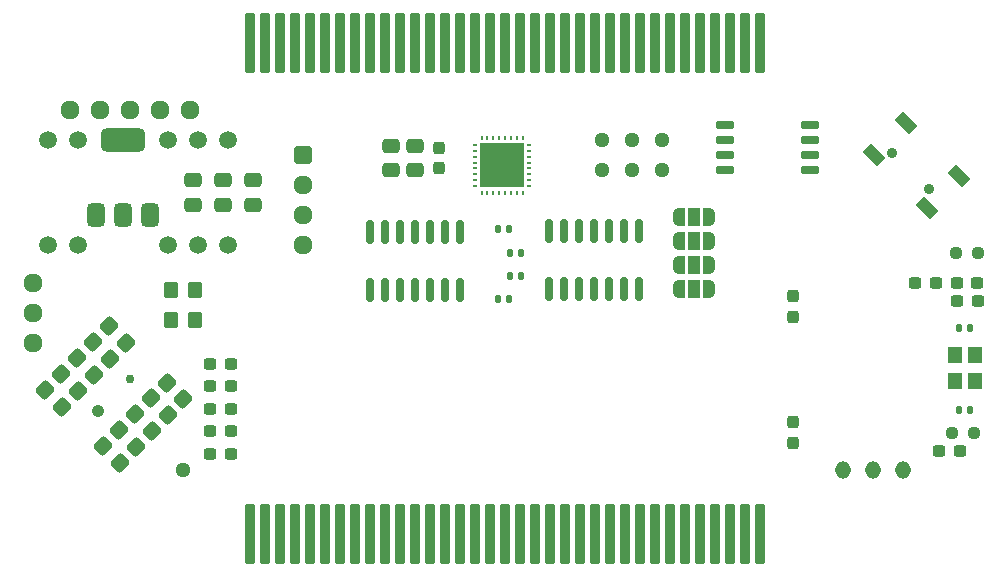
<source format=gbr>
%TF.GenerationSoftware,KiCad,Pcbnew,8.0.0*%
%TF.CreationDate,2024-02-28T09:47:00-08:00*%
%TF.ProjectId,SenseBarnacle,53656e73-6542-4617-926e-61636c652e6b,rev?*%
%TF.SameCoordinates,Original*%
%TF.FileFunction,Soldermask,Bot*%
%TF.FilePolarity,Negative*%
%FSLAX46Y46*%
G04 Gerber Fmt 4.6, Leading zero omitted, Abs format (unit mm)*
G04 Created by KiCad (PCBNEW 8.0.0) date 2024-02-28 09:47:00*
%MOMM*%
%LPD*%
G01*
G04 APERTURE LIST*
G04 Aperture macros list*
%AMRoundRect*
0 Rectangle with rounded corners*
0 $1 Rounding radius*
0 $2 $3 $4 $5 $6 $7 $8 $9 X,Y pos of 4 corners*
0 Add a 4 corners polygon primitive as box body*
4,1,4,$2,$3,$4,$5,$6,$7,$8,$9,$2,$3,0*
0 Add four circle primitives for the rounded corners*
1,1,$1+$1,$2,$3*
1,1,$1+$1,$4,$5*
1,1,$1+$1,$6,$7*
1,1,$1+$1,$8,$9*
0 Add four rect primitives between the rounded corners*
20,1,$1+$1,$2,$3,$4,$5,0*
20,1,$1+$1,$4,$5,$6,$7,0*
20,1,$1+$1,$6,$7,$8,$9,0*
20,1,$1+$1,$8,$9,$2,$3,0*%
%AMRotRect*
0 Rectangle, with rotation*
0 The origin of the aperture is its center*
0 $1 length*
0 $2 width*
0 $3 Rotation angle, in degrees counterclockwise*
0 Add horizontal line*
21,1,$1,$2,0,0,$3*%
%AMFreePoly0*
4,1,19,0.550000,-0.750000,0.000000,-0.750000,0.000000,-0.744911,-0.071157,-0.744911,-0.207708,-0.704816,-0.327430,-0.627875,-0.420627,-0.520320,-0.479746,-0.390866,-0.500000,-0.250000,-0.500000,0.250000,-0.479746,0.390866,-0.420627,0.520320,-0.327430,0.627875,-0.207708,0.704816,-0.071157,0.744911,0.000000,0.744911,0.000000,0.750000,0.550000,0.750000,0.550000,-0.750000,0.550000,-0.750000,
$1*%
%AMFreePoly1*
4,1,19,0.000000,0.744911,0.071157,0.744911,0.207708,0.704816,0.327430,0.627875,0.420627,0.520320,0.479746,0.390866,0.500000,0.250000,0.500000,-0.250000,0.479746,-0.390866,0.420627,-0.520320,0.327430,-0.627875,0.207708,-0.704816,0.071157,-0.744911,0.000000,-0.744911,0.000000,-0.750000,-0.550000,-0.750000,-0.550000,0.750000,0.000000,0.750000,0.000000,0.744911,0.000000,0.744911,
$1*%
G04 Aperture macros list end*
%ADD10RoundRect,0.225000X-0.525000X-0.525000X0.525000X-0.525000X0.525000X0.525000X-0.525000X0.525000X0*%
%ADD11RoundRect,0.525000X-0.225000X-0.225000X0.225000X-0.225000X0.225000X0.225000X-0.225000X0.225000X0*%
%ADD12RoundRect,0.525000X-0.225000X0.225000X-0.225000X-0.225000X0.225000X-0.225000X0.225000X0.225000X0*%
%ADD13R,0.406400X0.254000*%
%ADD14R,0.254000X0.406400*%
%ADD15R,3.708400X3.708400*%
%ADD16RoundRect,0.140000X0.140000X0.170000X-0.140000X0.170000X-0.140000X-0.170000X0.140000X-0.170000X0*%
%ADD17RoundRect,0.237500X-0.300000X-0.237500X0.300000X-0.237500X0.300000X0.237500X-0.300000X0.237500X0*%
%ADD18RoundRect,0.250000X0.565685X0.070711X0.070711X0.565685X-0.565685X-0.070711X-0.070711X-0.565685X0*%
%ADD19RoundRect,0.525000X0.225000X-0.225000X0.225000X0.225000X-0.225000X0.225000X-0.225000X-0.225000X0*%
%ADD20C,1.500000*%
%ADD21RoundRect,0.090000X0.360000X2.410000X-0.360000X2.410000X-0.360000X-2.410000X0.360000X-2.410000X0*%
%ADD22RoundRect,0.250000X0.475000X-0.337500X0.475000X0.337500X-0.475000X0.337500X-0.475000X-0.337500X0*%
%ADD23RoundRect,0.237500X-0.250000X-0.237500X0.250000X-0.237500X0.250000X0.237500X-0.250000X0.237500X0*%
%ADD24RoundRect,0.500000X0.100000X0.100000X-0.100000X0.100000X-0.100000X-0.100000X0.100000X-0.100000X0*%
%ADD25RoundRect,0.250000X-0.475000X0.337500X-0.475000X-0.337500X0.475000X-0.337500X0.475000X0.337500X0*%
%ADD26RoundRect,0.250000X-0.350000X-0.450000X0.350000X-0.450000X0.350000X0.450000X-0.350000X0.450000X0*%
%ADD27FreePoly0,0.000000*%
%ADD28R,1.000000X1.500000*%
%ADD29FreePoly1,0.000000*%
%ADD30RoundRect,0.237500X0.237500X-0.300000X0.237500X0.300000X-0.237500X0.300000X-0.237500X-0.300000X0*%
%ADD31RoundRect,0.150000X0.150000X-0.825000X0.150000X0.825000X-0.150000X0.825000X-0.150000X-0.825000X0*%
%ADD32C,1.050000*%
%ADD33C,0.750000*%
%ADD34C,0.900000*%
%ADD35O,1.300000X1.500000*%
%ADD36RotRect,1.700000X1.000000X135.000000*%
%ADD37RoundRect,0.500000X0.100000X-0.100000X0.100000X0.100000X-0.100000X0.100000X-0.100000X-0.100000X0*%
%ADD38RoundRect,0.237500X-0.237500X0.300000X-0.237500X-0.300000X0.237500X-0.300000X0.237500X0.300000X0*%
%ADD39R,1.200000X1.400000*%
%ADD40RoundRect,0.375000X0.375000X-0.625000X0.375000X0.625000X-0.375000X0.625000X-0.375000X-0.625000X0*%
%ADD41RoundRect,0.500000X1.400000X-0.500000X1.400000X0.500000X-1.400000X0.500000X-1.400000X-0.500000X0*%
%ADD42RoundRect,0.140000X-0.140000X-0.170000X0.140000X-0.170000X0.140000X0.170000X-0.140000X0.170000X0*%
%ADD43RoundRect,0.150000X0.650000X0.150000X-0.650000X0.150000X-0.650000X-0.150000X0.650000X-0.150000X0*%
G04 APERTURE END LIST*
D10*
%TO.C,J5*%
X58410599Y-30648400D03*
D11*
X58410599Y-33188400D03*
X58410599Y-35728400D03*
X58410599Y-38268400D03*
%TD*%
D12*
%TO.C,J3*%
X38725599Y-26838400D03*
X41265599Y-26838400D03*
X43805599Y-26838400D03*
X46345599Y-26838400D03*
X48885599Y-26838400D03*
%TD*%
D13*
%TO.C,U6*%
X77586400Y-29776601D03*
X77586400Y-30276600D03*
X77586400Y-30776599D03*
X77586400Y-31276600D03*
X77586400Y-31776600D03*
X77586400Y-32276601D03*
X77586400Y-32776600D03*
X77586400Y-33276599D03*
D14*
X77039599Y-33823400D03*
X76539600Y-33823400D03*
X76039601Y-33823400D03*
X75539600Y-33823400D03*
X75039600Y-33823400D03*
X74539599Y-33823400D03*
X74039600Y-33823400D03*
X73539601Y-33823400D03*
D13*
X72992800Y-33276599D03*
X72992800Y-32776600D03*
X72992800Y-32276601D03*
X72992800Y-31776600D03*
X72992800Y-31276600D03*
X72992800Y-30776599D03*
X72992800Y-30276600D03*
X72992800Y-29776601D03*
D14*
X73539601Y-29229800D03*
X74039600Y-29229800D03*
X74539599Y-29229800D03*
X75039600Y-29229800D03*
X75539600Y-29229800D03*
X76039601Y-29229800D03*
X76539600Y-29229800D03*
X77039599Y-29229800D03*
D15*
X75289600Y-31526600D03*
%TD*%
D16*
%TO.C,C16*%
X76896599Y-40873400D03*
X75936599Y-40873400D03*
%TD*%
D17*
%TO.C,C20*%
X50563098Y-52111400D03*
X52288100Y-52111400D03*
%TD*%
D18*
%TO.C,R32*%
X45605744Y-54011469D03*
X44191530Y-52597255D03*
%TD*%
%TO.C,R30*%
X48299821Y-51317392D03*
X46885607Y-49903178D03*
%TD*%
D19*
%TO.C,TP6*%
X35550599Y-46523400D03*
%TD*%
D20*
%TO.C,U5*%
X36795199Y-29403800D03*
X39335199Y-29403800D03*
X46955199Y-29403800D03*
X49495199Y-29403800D03*
X52035199Y-29403800D03*
%TD*%
D19*
%TO.C,TP7*%
X35550599Y-43983400D03*
%TD*%
D21*
%TO.C,J6*%
X57750199Y-21123400D03*
X59020199Y-21123400D03*
X60290199Y-21123400D03*
X61560199Y-21123400D03*
X62830199Y-21123400D03*
X64100199Y-21123400D03*
X65370199Y-21123400D03*
X66640199Y-21123400D03*
X67910199Y-21123400D03*
X69180199Y-21123400D03*
X70450199Y-21123400D03*
X71720199Y-21123400D03*
X72990199Y-21123400D03*
X74260199Y-21123400D03*
X75530199Y-21123400D03*
X76800199Y-21123400D03*
X78070199Y-21123400D03*
X79340199Y-21123400D03*
X80610199Y-21123400D03*
X81880199Y-21123400D03*
X83150199Y-21123400D03*
X84420199Y-21123400D03*
X85690199Y-21123400D03*
X86960199Y-21123400D03*
X88230199Y-21123400D03*
X89500199Y-21123400D03*
X90770199Y-21123400D03*
X92040199Y-21123400D03*
X93310199Y-21123400D03*
X94580199Y-21123400D03*
X95850199Y-21123400D03*
X97120199Y-21123400D03*
X53940199Y-21123400D03*
X55210199Y-21123400D03*
X56480199Y-21123400D03*
%TD*%
D22*
%TO.C,C21*%
X65903599Y-31939900D03*
X65903599Y-29864900D03*
%TD*%
D18*
%TO.C,R37*%
X42049744Y-47915469D03*
X40635530Y-46501255D03*
%TD*%
D23*
%TO.C,R7*%
X113378099Y-54143400D03*
X115203099Y-54143400D03*
%TD*%
D18*
%TO.C,R6*%
X42911667Y-56705546D03*
X41497453Y-55291332D03*
%TD*%
D24*
%TO.C,TP5*%
X83770599Y-31943084D03*
%TD*%
D25*
%TO.C,C13*%
X51679599Y-32785900D03*
X51679599Y-34860900D03*
%TD*%
D22*
%TO.C,C22*%
X67919600Y-31939900D03*
X67919600Y-29864900D03*
%TD*%
D26*
%TO.C,R28*%
X47250599Y-42078400D03*
X49250599Y-42078400D03*
%TD*%
D27*
%TO.C,JP3*%
X90227599Y-39919400D03*
D28*
X91527599Y-39919400D03*
D29*
X92827599Y-39919400D03*
%TD*%
D23*
%TO.C,R4*%
X113743099Y-38903400D03*
X115568099Y-38903400D03*
%TD*%
D30*
%TO.C,C5*%
X69951600Y-31764900D03*
X69951600Y-30039900D03*
%TD*%
%TO.C,C12*%
X99939599Y-44337900D03*
X99939599Y-42612900D03*
%TD*%
D31*
%TO.C,U2*%
X64109600Y-37128400D03*
X65379600Y-37128400D03*
X66649600Y-37128400D03*
X67919600Y-37128400D03*
X69189600Y-37128400D03*
X70459600Y-37128400D03*
X71729600Y-37128400D03*
X71729600Y-42078400D03*
X70459600Y-42078400D03*
X69189600Y-42078400D03*
X67919600Y-42078400D03*
X66649600Y-42078400D03*
X65379600Y-42078400D03*
X64109600Y-42078400D03*
%TD*%
D17*
%TO.C,C19*%
X50563098Y-48301399D03*
X52288100Y-48301399D03*
%TD*%
D27*
%TO.C,JP2*%
X90227599Y-41951400D03*
D28*
X91527599Y-41951400D03*
D29*
X92827599Y-41951400D03*
%TD*%
D25*
%TO.C,C2*%
X49139599Y-32785900D03*
X49139599Y-34860900D03*
%TD*%
D24*
%TO.C,TP14*%
X86310599Y-31943084D03*
%TD*%
D19*
%TO.C,TP13*%
X35550599Y-41483400D03*
%TD*%
D32*
%TO.C,U4*%
X41047418Y-52329581D03*
D33*
X43769780Y-49607219D03*
%TD*%
D18*
%TO.C,R33*%
X39355668Y-50609545D03*
X37941454Y-49195331D03*
%TD*%
D20*
%TO.C,U12*%
X36820599Y-38268400D03*
X39360599Y-38268400D03*
X46980599Y-38268400D03*
X49520599Y-38268400D03*
X52060599Y-38268400D03*
%TD*%
D17*
%TO.C,C25*%
X50563098Y-50206400D03*
X52288100Y-50206400D03*
%TD*%
D26*
%TO.C,R27*%
X47250599Y-44618400D03*
X49250599Y-44618400D03*
%TD*%
D34*
%TO.C,J1*%
X111394458Y-33545812D03*
X108283188Y-30434542D03*
%TD*%
D17*
%TO.C,C9*%
X110253099Y-41443400D03*
X111978099Y-41443400D03*
%TD*%
D21*
%TO.C,J7*%
X57775599Y-62703200D03*
X59045599Y-62703200D03*
X60315599Y-62703200D03*
X61585599Y-62703200D03*
X62855599Y-62703200D03*
X64125599Y-62703200D03*
X65395599Y-62703200D03*
X66665599Y-62703200D03*
X67935599Y-62703200D03*
X69205599Y-62703200D03*
X70475599Y-62703200D03*
X71745599Y-62703200D03*
X73015599Y-62703200D03*
X74285599Y-62703200D03*
X75555599Y-62703200D03*
X76825599Y-62703200D03*
X78095599Y-62703200D03*
X79365599Y-62703200D03*
X80635599Y-62703200D03*
X81905599Y-62703200D03*
X83175599Y-62703200D03*
X84445599Y-62703200D03*
X85715599Y-62703200D03*
X86985599Y-62703200D03*
X88255599Y-62703200D03*
X89525599Y-62703200D03*
X90795599Y-62703200D03*
X92065599Y-62703200D03*
X93335599Y-62703200D03*
X94605599Y-62703200D03*
X95875599Y-62703200D03*
X97145599Y-62703200D03*
X53965599Y-62703200D03*
X55235599Y-62703200D03*
X56505599Y-62703200D03*
%TD*%
D16*
%TO.C,C15*%
X76896599Y-38903400D03*
X75936599Y-38903400D03*
%TD*%
D27*
%TO.C,JP5*%
X90227599Y-35855400D03*
D28*
X91527599Y-35855400D03*
D29*
X92827599Y-35855400D03*
%TD*%
D18*
%TO.C,R31*%
X40702706Y-49262507D03*
X39288492Y-47848293D03*
%TD*%
D24*
%TO.C,TP11*%
X86310599Y-29403084D03*
%TD*%
D35*
%TO.C,J2*%
X104130599Y-57318400D03*
X106670599Y-57318400D03*
X109210599Y-57318400D03*
%TD*%
D17*
%TO.C,C10*%
X113809099Y-42967400D03*
X115534099Y-42967400D03*
%TD*%
D36*
%TO.C,SW1*%
X113924488Y-32421283D03*
X109469716Y-27966511D03*
X111237482Y-35108289D03*
X106782710Y-30653517D03*
%TD*%
D24*
%TO.C,TP10*%
X83769200Y-29378400D03*
%TD*%
D18*
%TO.C,R5*%
X38008629Y-51956584D03*
X36594415Y-50542370D03*
%TD*%
D37*
%TO.C,TP21*%
X48250599Y-57318400D03*
%TD*%
D38*
%TO.C,C11*%
X99939599Y-53280900D03*
X99939599Y-55005900D03*
%TD*%
D17*
%TO.C,C23*%
X50563098Y-54016399D03*
X52288100Y-54016399D03*
%TD*%
D24*
%TO.C,TP15*%
X88850599Y-31943084D03*
%TD*%
D39*
%TO.C,Y1*%
X113610599Y-49743400D03*
X113610599Y-47543400D03*
X115310599Y-47543400D03*
X115310599Y-49743400D03*
%TD*%
D18*
%TO.C,R29*%
X43396783Y-46568430D03*
X41982569Y-45154216D03*
%TD*%
D17*
%TO.C,C3*%
X113787599Y-41443400D03*
X115512599Y-41443400D03*
%TD*%
%TO.C,C18*%
X50563098Y-55921400D03*
X52288100Y-55921400D03*
%TD*%
D40*
%TO.C,U3*%
X45470599Y-35703400D03*
X43170599Y-35703400D03*
D41*
X43170599Y-29403400D03*
D40*
X40870599Y-35703400D03*
%TD*%
D42*
%TO.C,C6*%
X113965599Y-52238400D03*
X114925599Y-52238400D03*
%TD*%
D17*
%TO.C,C4*%
X112285099Y-55667400D03*
X114010099Y-55667400D03*
%TD*%
D22*
%TO.C,C8*%
X54219599Y-34860900D03*
X54219599Y-32785900D03*
%TD*%
D24*
%TO.C,TP12*%
X88810599Y-29403084D03*
%TD*%
D27*
%TO.C,JP4*%
X90227599Y-37887400D03*
D28*
X91527599Y-37887400D03*
D29*
X92827599Y-37887400D03*
%TD*%
D16*
%TO.C,C17*%
X75864600Y-42843400D03*
X74904600Y-42843400D03*
%TD*%
D18*
%TO.C,R34*%
X44258706Y-55358507D03*
X42844492Y-53944293D03*
%TD*%
%TO.C,R38*%
X46952782Y-52664431D03*
X45538568Y-51250217D03*
%TD*%
D43*
%TO.C,U8*%
X101380599Y-28108400D03*
X101380599Y-29378400D03*
X101380599Y-30648400D03*
X101380599Y-31918400D03*
X94180599Y-31918400D03*
X94180599Y-30648400D03*
X94180599Y-29378400D03*
X94180599Y-28108400D03*
%TD*%
D31*
%TO.C,U1*%
X79284600Y-37063400D03*
X80554600Y-37063400D03*
X81824600Y-37063400D03*
X83094600Y-37063400D03*
X84364600Y-37063400D03*
X85634600Y-37063400D03*
X86904600Y-37063400D03*
X86904600Y-42013400D03*
X85634600Y-42013400D03*
X84364600Y-42013400D03*
X83094600Y-42013400D03*
X81824600Y-42013400D03*
X80554600Y-42013400D03*
X79284600Y-42013400D03*
%TD*%
D16*
%TO.C,C14*%
X75864600Y-36933400D03*
X74904600Y-36933400D03*
%TD*%
%TO.C,C7*%
X114925599Y-45253400D03*
X113965599Y-45253400D03*
%TD*%
M02*

</source>
